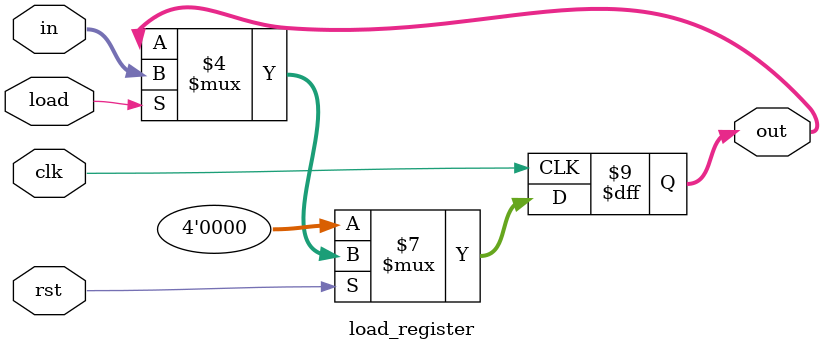
<source format=v>

module load_register(clk,rst,load,in,out);

input clk,rst,load;
input [3:0] in;
output [3:0] out;
reg [3:0] out;

always@(posedge clk)
     begin
      
           if(rst==0)
              begin
                     out<=4'b0000;
              end
           else 
              begin
                  if(load==1)                  
                     out<=in;
              end
     end
endmodule
   
    




</source>
